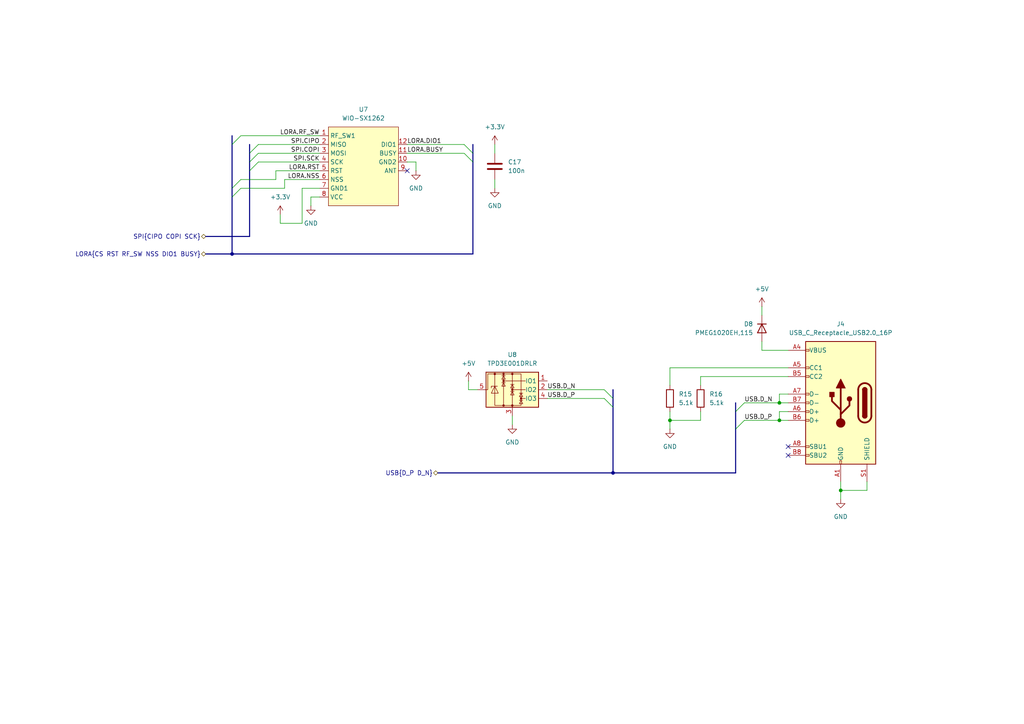
<source format=kicad_sch>
(kicad_sch (version 20250114) (generator "eeschema") (generator_version "9.0")
  (paper "A4")
  (title_block (title "Pump monitor - USB and LoRa transceiver") (date "2025-09-25") (rev "V0.0.0") (company "Jotham Gates") (comment 4 "Warning: Parts of this circuit operate at mains potential."))
  (lib_symbols
    (symbol "Connector:USB_C_Receptacle_USB2.0_16P" (pin_names (offset 1.016))
      (property "Reference" "J" (at 0 22.225 0))
      (property "Value" "USB_C_Receptacle_USB2.0_16P" (at 0 19.685 0))
      (symbol "USB_C_Receptacle_USB2.0_16P_0_0"
        (rectangle (start -0.254 -17.78) (end 0.254 -16.764))
        (rectangle (start 10.16 15.494) (end 9.144 14.986))
        (rectangle (start 10.16 10.414) (end 9.144 9.906))
        (rectangle (start 10.16 7.874) (end 9.144 7.366))
        (rectangle (start 10.16 2.794) (end 9.144 2.286))
        (rectangle (start 10.16 0.254) (end 9.144 -0.254))
        (rectangle (start 10.16 -2.286) (end 9.144 -2.794))
        (rectangle (start 10.16 -4.826) (end 9.144 -5.334))
        (rectangle (start 10.16 -12.446) (end 9.144 -12.954))
        (rectangle (start 10.16 -14.986) (end 9.144 -15.494))
      )
      (symbol "USB_C_Receptacle_USB2.0_16P_0_1"
        (rectangle (start -10.16 17.78) (end 10.16 -17.78) (stroke (width 0.254)) (fill (type background)))
        (polyline (pts (xy -8.89 -3.81) (xy -8.89 3.81)) (stroke (width 0.508)))
        (rectangle (start -7.62 -3.81) (end -6.35 3.81) (stroke (width 0.254)) (fill (type outline)))
        (arc (start -7.62 3.81) (mid -6.985 4.4423) (end -6.35 3.81) (stroke (width 0.254)))
        (arc (start -7.62 3.81) (mid -6.985 4.4423) (end -6.35 3.81) (stroke (width 0.254)) (fill (type outline)))
        (arc (start -8.89 3.81) (mid -6.985 5.7067) (end -5.08 3.81) (stroke (width 0.508)))
        (arc (start -5.08 -3.81) (mid -6.985 -5.7067) (end -8.89 -3.81) (stroke (width 0.508)))
        (arc (start -6.35 -3.81) (mid -6.985 -4.4423) (end -7.62 -3.81) (stroke (width 0.254)))
        (arc (start -6.35 -3.81) (mid -6.985 -4.4423) (end -7.62 -3.81) (stroke (width 0.254)) (fill (type outline)))
        (polyline (pts (xy -5.08 3.81) (xy -5.08 -3.81)) (stroke (width 0.508)))
        (circle (center -2.54 1.143) (radius 0.635) (stroke (width 0.254)) (fill (type outline)))
        (polyline (pts (xy -1.27 4.318) (xy 0 6.858) (xy 1.27 4.318) (xy -1.27 4.318)) (stroke (width 0.254)) (fill (type outline)))
        (polyline (pts (xy 0 -2.032) (xy 2.54 0.508) (xy 2.54 1.778)) (stroke (width 0.508)))
        (polyline (pts (xy 0 -3.302) (xy -2.54 -0.762) (xy -2.54 0.508)) (stroke (width 0.508)))
        (polyline (pts (xy 0 -5.842) (xy 0 4.318)) (stroke (width 0.508)))
        (circle (center 0 -5.842) (radius 1.27) (fill (type outline)))
        (rectangle (start 1.905 1.778) (end 3.175 3.048) (stroke (width 0.254)) (fill (type outline)))
      )
      (symbol "USB_C_Receptacle_USB2.0_16P_1_1"
        (pin passive line (at -7.62 -22.86 90) (length 5.08) (name "SHIELD") (number "S1"))
        (pin passive line (at 0 -22.86 90) (length 5.08) (name "GND") (number "A1"))
        (pin passive line (at 0 -22.86 90) (length 5.08) (hide yes) (name "GND") (number "A12"))
        (pin passive line (at 0 -22.86 90) (length 5.08) (hide yes) (name "GND") (number "B1"))
        (pin passive line (at 0 -22.86 90) (length 5.08) (hide yes) (name "GND") (number "B12"))
        (pin passive line (at 15.24 15.24 180) (length 5.08) (name "VBUS") (number "A4"))
        (pin passive line (at 15.24 15.24 180) (length 5.08) (hide yes) (name "VBUS") (number "A9"))
        (pin passive line (at 15.24 15.24 180) (length 5.08) (hide yes) (name "VBUS") (number "B4"))
        (pin passive line (at 15.24 15.24 180) (length 5.08) (hide yes) (name "VBUS") (number "B9"))
        (pin bidirectional line (at 15.24 10.16 180) (length 5.08) (name "CC1") (number "A5"))
        (pin bidirectional line (at 15.24 7.62 180) (length 5.08) (name "CC2") (number "B5"))
        (pin bidirectional line (at 15.24 2.54 180) (length 5.08) (name "D-") (number "A7"))
        (pin bidirectional line (at 15.24 0 180) (length 5.08) (name "D-") (number "B7"))
        (pin bidirectional line (at 15.24 -2.54 180) (length 5.08) (name "D+") (number "A6"))
        (pin bidirectional line (at 15.24 -5.08 180) (length 5.08) (name "D+") (number "B6"))
        (pin bidirectional line (at 15.24 -12.7 180) (length 5.08) (name "SBU1") (number "A8"))
        (pin bidirectional line (at 15.24 -15.24 180) (length 5.08) (name "SBU2") (number "B8"))
      )
    )
    (symbol "Device:C" (pin_numbers (hide yes)) (pin_names (offset 0.254))
      (property "Reference" "C" (at 0.635 2.54 0))
      (property "Value" "C" (at 0.635 -2.54 0))
      (symbol "C_0_1"
        (polyline (pts (xy -2.032 0.762) (xy 2.032 0.762)) (stroke (width 0.508)))
        (polyline (pts (xy -2.032 -0.762) (xy 2.032 -0.762)) (stroke (width 0.508)))
      )
      (symbol "C_1_1"
        (pin passive line (at 0 3.81 270) (length 2.794) (name "~") (number "1"))
        (pin passive line (at 0 -3.81 90) (length 2.794) (name "~") (number "2"))
      )
    )
    (symbol "Device:R" (pin_numbers (hide yes)) (pin_names (offset 0))
      (property "Reference" "R" (at 2.032 0 90))
      (property "Value" "R" (at 0 0 90))
      (symbol "R_0_1"
        (rectangle (start -1.016 -2.54) (end 1.016 2.54) (stroke (width 0.254)))
      )
      (symbol "R_1_1"
        (pin passive line (at 0 3.81 270) (length 1.27) (name "~") (number "1"))
        (pin passive line (at 0 -3.81 90) (length 1.27) (name "~") (number "2"))
      )
    )
    (symbol "Diode:1N4004" (pin_numbers (hide yes)) (pin_names (hide yes))
      (property "Reference" "D" (at 0 2.54 0))
      (property "Value" "1N4004" (at 0 -2.54 0))
      (symbol "1N4004_0_1"
        (polyline (pts (xy -1.27 1.27) (xy -1.27 -1.27)) (stroke (width 0.254)))
        (polyline (pts (xy 1.27 1.27) (xy 1.27 -1.27) (xy -1.27 0) (xy 1.27 1.27)) (stroke (width 0.254)))
        (polyline (pts (xy 1.27 0) (xy -1.27 0)))
      )
      (symbol "1N4004_1_1"
        (pin passive line (at -3.81 0 0) (length 2.54) (name "K") (number "1"))
        (pin passive line (at 3.81 0 180) (length 2.54) (name "A") (number "2"))
      )
    )
    (symbol "Power_Protection:TPD3E001DRLR"
      (property "Reference" "U" (at -5.08 6.35 0))
      (property "Value" "TPD3E001DRLR" (at 8.89 -7.62 0))
      (symbol "TPD3E001DRLR_0_1"
        (rectangle (start -7.62 5.08) (end 7.62 -5.08) (stroke (width 0.254)) (fill (type background)))
        (polyline (pts (xy -7.62 0) (xy -7.112 0) (xy -7.112 4.572) (xy -5.08 4.572)))
        (circle (center -5.08 4.572) (radius 0.254) (fill (type outline)))
        (polyline (pts (xy -5.08 1.016) (xy -6.096 -1.016) (xy -4.064 -1.016) (xy -5.08 1.016)))
        (polyline (pts (xy -4.318 1.016) (xy -6.096 1.016) (xy -6.096 0.508)))
        (circle (center -2.54 4.572) (radius 0.254) (fill (type outline)))
        (polyline (pts (xy -2.54 4.572) (xy -2.54 -4.572)))
        (polyline (pts (xy -2.54 4.064) (xy -3.048 3.048) (xy -2.032 3.048) (xy -2.54 4.064)))
        (circle (center -2.54 2.54) (radius 0.254) (fill (type outline)))
        (polyline (pts (xy -2.54 2.54) (xy 3.81 2.54)))
        (polyline (pts (xy -2.54 2.032) (xy -3.048 1.016) (xy -2.032 1.016) (xy -2.54 2.032)))
        (circle (center -2.54 -4.572) (radius 0.254) (fill (type outline)))
        (polyline (pts (xy -2.032 4.064) (xy -3.048 4.064)))
        (polyline (pts (xy -2.032 2.032) (xy -3.048 2.032)))
        (circle (center 0 4.572) (radius 0.254) (fill (type outline)))
        (polyline (pts (xy 0 1.524) (xy -0.508 0.508) (xy 0.508 0.508) (xy 0 1.524)))
        (polyline (pts (xy 0 0) (xy 3.81 0)))
        (circle (center 0 0) (radius 0.254) (fill (type outline)))
        (polyline (pts (xy 0 -0.508) (xy -0.508 -1.524) (xy 0.508 -1.524) (xy 0 -0.508)))
        (circle (center 0 -4.572) (radius 0.254) (fill (type outline)))
        (polyline (pts (xy 0 -5.08) (xy 0 4.572)))
        (polyline (pts (xy 0.508 1.524) (xy -0.508 1.524)))
        (polyline (pts (xy 0.508 -0.508) (xy -0.508 -0.508)))
        (polyline (pts (xy 2.54 -1.016) (xy 2.032 -2.032) (xy 3.048 -2.032) (xy 2.54 -1.016)))
        (polyline (pts (xy 2.54 -2.54) (xy 3.81 -2.54)))
        (circle (center 2.54 -2.54) (radius 0.254) (fill (type outline)))
        (polyline (pts (xy 2.54 -3.048) (xy 2.032 -4.064) (xy 3.048 -4.064) (xy 2.54 -3.048)))
        (rectangle (start 2.54 -4.572) (end -5.08 4.572))
        (polyline (pts (xy 3.048 -1.016) (xy 2.032 -1.016)))
        (polyline (pts (xy 3.048 -3.048) (xy 2.032 -3.048)))
      )
      (symbol "TPD3E001DRLR_1_1"
        (pin passive line (at -10.16 0 0) (length 2.54) (name "~") (number "5"))
        (pin passive line (at 0 -7.62 90) (length 2.54) (name "~") (number "3"))
        (pin passive line (at 10.16 2.54 180) (length 2.54) (name "IO1") (number "1"))
        (pin passive line (at 10.16 0 180) (length 2.54) (name "IO2") (number "2"))
        (pin passive line (at 10.16 -2.54 180) (length 2.54) (name "IO3") (number "4"))
      )
    )
    (symbol "Wio-SX1262 Schematic Package:MODULE-WIO-SX1262"
      (property "Reference" "U" (at 0 13.716 0))
      (property "Value" "WIO-SX1262" (at 0 11.43 0))
      (symbol "MODULE-WIO-SX1262_1_1"
        (rectangle (start -10.16 10.16) (end 10.16 -12.7) (fill (type background)))
        (pin input line (at -12.7 7.62 0) (length 2.54) (name "RF_SW1") (number "1"))
        (pin output line (at -12.7 5.08 0) (length 2.54) (name "MISO") (number "2"))
        (pin input line (at -12.7 2.54 0) (length 2.54) (name "MOSI") (number "3"))
        (pin input line (at -12.7 0 0) (length 2.54) (name "SCK") (number "4"))
        (pin input line (at -12.7 -2.54 0) (length 2.54) (name "RST") (number "5"))
        (pin input line (at -12.7 -5.08 0) (length 2.54) (name "NSS") (number "6"))
        (pin power_in line (at -12.7 -7.62 0) (length 2.54) (name "GND1") (number "7"))
        (pin power_in line (at -12.7 -10.16 0) (length 2.54) (name "VCC") (number "8"))
        (pin bidirectional line (at 12.7 5.08 180) (length 2.54) (name "DIO1") (number "12"))
        (pin output line (at 12.7 2.54 180) (length 2.54) (name "BUSY") (number "11"))
        (pin power_in line (at 12.7 0 180) (length 2.54) (name "GND2") (number "10"))
        (pin passive line (at 12.7 -2.54 180) (length 2.54) (name "ANT") (number "9"))
      )
    )
    (symbol "power:+3.3V" (power) (pin_numbers (hide yes)) (pin_names (offset 0) (hide yes))
      (property "Value" "+3.3V" (at 0 3.556 0))
      (symbol "+3.3V_0_1"
        (polyline (pts (xy -0.762 1.27) (xy 0 2.54)))
        (polyline (pts (xy 0 2.54) (xy 0.762 1.27)))
        (polyline (pts (xy 0 0) (xy 0 2.54)))
      )
      (symbol "+3.3V_1_1"
        (pin power_in line (at 0 0 90) (length 0) (name "~") (number "1"))
      )
    )
    (symbol "power:+5V" (power) (pin_numbers (hide yes)) (pin_names (offset 0) (hide yes))
      (property "Value" "+5V" (at 0 3.556 0))
      (symbol "+5V_0_1"
        (polyline (pts (xy -0.762 1.27) (xy 0 2.54)))
        (polyline (pts (xy 0 2.54) (xy 0.762 1.27)))
        (polyline (pts (xy 0 0) (xy 0 2.54)))
      )
      (symbol "+5V_1_1"
        (pin power_in line (at 0 0 90) (length 0) (name "~") (number "1"))
      )
    )
    (symbol "power:GND" (power) (pin_numbers (hide yes)) (pin_names (offset 0) (hide yes))
      (property "Value" "GND" (at 0 -3.81 0))
      (symbol "GND_0_1"
        (polyline (pts (xy 0 0) (xy 0 -1.27) (xy 1.27 -1.27) (xy 0 -2.54) (xy -1.27 -1.27) (xy 0 -1.27)))
      )
      (symbol "GND_1_1"
        (pin power_in line (at 0 0 270) (length 0) (name "~") (number "1"))
      )
    )
  )
  (junction (at 226.06 116.84))
  (junction (at 67.31 73.66))
  (junction (at 194.31 121.92))
  (junction (at 177.8 137.16))
  (junction (at 243.84 142.24))
  (junction (at 226.06 121.92))
  (no_connect (at 228.6 129.54))
  (no_connect (at 118.11 49.53))
  (no_connect (at 228.6 132.08))
  (bus_entry (at 213.36 124.46) (size 2.54 -2.54))
  (bus_entry (at 72.39 44.45) (size 2.54 -2.54))
  (bus_entry (at 137.16 44.45) (size -2.54 -2.54))
  (bus_entry (at 67.31 41.91) (size 2.54 -2.54))
  (bus_entry (at 67.31 57.15) (size 2.54 -2.54))
  (bus_entry (at 137.16 46.99) (size -2.54 -2.54))
  (bus_entry (at 213.36 119.38) (size 2.54 -2.54))
  (bus_entry (at 72.39 46.99) (size 2.54 -2.54))
  (bus_entry (at 67.31 54.61) (size 2.54 -2.54))
  (bus_entry (at 177.8 118.11) (size -2.54 -2.54))
  (bus_entry (at 72.39 49.53) (size 2.54 -2.54))
  (bus_entry (at 177.8 115.57) (size -2.54 -2.54))
  (bus (pts (xy 213.36 119.38) (xy 213.36 124.46)))
  (wire (pts (xy 135.89 113.03) (xy 138.43 113.03)))
  (bus (pts (xy 72.39 49.53) (xy 72.39 68.58)))
  (bus (pts (xy 213.36 137.16) (xy 213.36 124.46)))
  (wire (pts (xy 87.63 64.77) (xy 87.63 54.61)))
  (wire (pts (xy 135.89 110.49) (xy 135.89 113.03)))
  (wire (pts (xy 148.59 120.65) (xy 148.59 123.19)))
  (wire (pts (xy 74.93 46.99) (xy 92.71 46.99)))
  (wire (pts (xy 226.06 114.3) (xy 226.06 116.84)))
  (wire (pts (xy 87.63 54.61) (xy 92.71 54.61)))
  (wire (pts (xy 82.55 52.07) (xy 82.55 54.61)))
  (wire (pts (xy 120.65 46.99) (xy 118.11 46.99)))
  (wire (pts (xy 226.06 116.84) (xy 228.6 116.84)))
  (wire (pts (xy 80.01 49.53) (xy 92.71 49.53)))
  (wire (pts (xy 90.17 59.69) (xy 90.17 57.15)))
  (wire (pts (xy 120.65 49.53) (xy 120.65 46.99)))
  (bus (pts (xy 177.8 115.57) (xy 177.8 118.11)))
  (bus (pts (xy 67.31 54.61) (xy 67.31 57.15)))
  (wire (pts (xy 143.51 41.91) (xy 143.51 44.45)))
  (wire (pts (xy 158.75 113.03) (xy 175.26 113.03)))
  (bus (pts (xy 177.8 137.16) (xy 213.36 137.16)))
  (bus (pts (xy 127 137.16) (xy 177.8 137.16)))
  (wire (pts (xy 143.51 52.07) (xy 143.51 54.61)))
  (bus (pts (xy 177.8 113.03) (xy 177.8 115.57)))
  (bus (pts (xy 137.16 44.45) (xy 137.16 46.99)))
  (wire (pts (xy 118.11 44.45) (xy 134.62 44.45)))
  (wire (pts (xy 203.2 121.92) (xy 194.31 121.92)))
  (bus (pts (xy 177.8 118.11) (xy 177.8 137.16)))
  (wire (pts (xy 220.98 99.06) (xy 220.98 101.6)))
  (wire (pts (xy 69.85 52.07) (xy 80.01 52.07)))
  (bus (pts (xy 67.31 73.66) (xy 137.16 73.66)))
  (wire (pts (xy 203.2 119.38) (xy 203.2 121.92)))
  (bus (pts (xy 213.36 116.84) (xy 213.36 119.38)))
  (wire (pts (xy 74.93 41.91) (xy 92.71 41.91)))
  (wire (pts (xy 215.9 116.84) (xy 226.06 116.84)))
  (wire (pts (xy 74.93 44.45) (xy 92.71 44.45)))
  (wire (pts (xy 215.9 121.92) (xy 226.06 121.92)))
  (bus (pts (xy 72.39 44.45) (xy 72.39 46.99)))
  (bus (pts (xy 67.31 39.37) (xy 67.31 41.91)))
  (wire (pts (xy 243.84 139.7) (xy 243.84 142.24)))
  (bus (pts (xy 67.31 57.15) (xy 67.31 73.66)))
  (wire (pts (xy 81.28 62.23) (xy 81.28 64.77)))
  (bus (pts (xy 59.69 73.66) (xy 67.31 73.66)))
  (wire (pts (xy 251.46 139.7) (xy 251.46 142.24)))
  (wire (pts (xy 228.6 106.68) (xy 194.31 106.68)))
  (bus (pts (xy 72.39 46.99) (xy 72.39 49.53)))
  (wire (pts (xy 82.55 54.61) (xy 69.85 54.61)))
  (wire (pts (xy 194.31 121.92) (xy 194.31 124.46)))
  (bus (pts (xy 67.31 41.91) (xy 67.31 54.61)))
  (wire (pts (xy 82.55 52.07) (xy 92.71 52.07)))
  (wire (pts (xy 118.11 41.91) (xy 134.62 41.91)))
  (wire (pts (xy 194.31 106.68) (xy 194.31 111.76)))
  (wire (pts (xy 226.06 121.92) (xy 228.6 121.92)))
  (wire (pts (xy 220.98 91.44) (xy 220.98 88.9)))
  (wire (pts (xy 194.31 121.92) (xy 194.31 119.38)))
  (wire (pts (xy 203.2 109.22) (xy 203.2 111.76)))
  (wire (pts (xy 69.85 39.37) (xy 92.71 39.37)))
  (wire (pts (xy 243.84 142.24) (xy 243.84 144.78)))
  (wire (pts (xy 228.6 119.38) (xy 226.06 119.38)))
  (wire (pts (xy 226.06 119.38) (xy 226.06 121.92)))
  (wire (pts (xy 81.28 64.77) (xy 87.63 64.77)))
  (bus (pts (xy 72.39 41.91) (xy 72.39 44.45)))
  (bus (pts (xy 137.16 46.99) (xy 137.16 73.66)))
  (bus (pts (xy 59.69 68.58) (xy 72.39 68.58)))
  (wire (pts (xy 220.98 101.6) (xy 228.6 101.6)))
  (wire (pts (xy 228.6 109.22) (xy 203.2 109.22)))
  (wire (pts (xy 228.6 114.3) (xy 226.06 114.3)))
  (wire (pts (xy 90.17 57.15) (xy 92.71 57.15)))
  (bus (pts (xy 137.16 41.91) (xy 137.16 44.45)))
  (wire (pts (xy 80.01 52.07) (xy 80.01 49.53)))
  (wire (pts (xy 251.46 142.24) (xy 243.84 142.24)))
  (wire (pts (xy 175.26 115.57) (xy 158.75 115.57)))
  (label "LORA.DIO1" (at 118.11 41.91 0))
  (label "LORA.RST" (at 92.71 49.53 180))
  (label "USB.D_P" (at 158.75 115.57 0))
  (label "LORA.NSS" (at 92.71 52.07 180))
  (label "SPI.COPI" (at 92.71 44.45 180))
  (label "SPI.CIPO" (at 92.71 41.91 180))
  (label "SPI.SCK" (at 92.71 46.99 180))
  (label "USB.D_N" (at 158.75 113.03 0))
  (label "LORA.RF_SW" (at 92.71 39.37 180))
  (label "USB.D_P" (at 215.9 121.92 0))
  (label "LORA.BUSY" (at 118.11 44.45 0))
  (label "USB.D_N" (at 215.9 116.84 0))
  (hierarchical_label "LORA{CS RST RF_SW NSS DIO1 BUSY}" (shape bidirectional) (at 59.69 73.66 180))
  (hierarchical_label "USB{D_P D_N}" (shape bidirectional) (at 127 137.16 180))
  (hierarchical_label "SPI{CIPO COPI SCK}" (shape bidirectional) (at 59.69 68.58 180))
  (symbol (lib_id "power:GND") (at 148.59 123.19 0) (unit 1)
    (property "Reference" "#PWR060" (effects (hide yes)))
    (property "Value" "GND" (at 148.59 128.27 0))
    (property "Description" "Power symbol creates a global label with name \"GND\" , ground" (effects (hide yes)))
  )
  (symbol (lib_id "Power_Protection:TPD3E001DRLR") (at 148.59 113.03 0) (unit 1)
    (property "Reference" "U8" (at 148.59 102.87 0))
    (property "Value" "TPD3E001DRLR" (at 148.59 105.41 0))
    (property "Footprint" "Package_TO_SOT_SMD:SOT-553" (effects (hide yes)))
    (property "Datasheet" "http://www.ti.com/lit/ds/symlink/tpd3e001.pdf" (effects (hide yes)))
    (property "Description" "TPD3E001 Low-Capacitance 3-Channel ESD-Protection for High-Speed Data Interfaces" (effects (hide yes)))
    (property "PlaceOnSecondary" "No" (effects (hide yes)))
    (property "SchematicVersionModified" "V1.0.4" (effects (hide yes)))
  )
  (symbol (lib_id "Device:C") (at 143.51 48.26 0) (unit 1)
    (property "Reference" "C17" (at 147.32 46.9899 0) (effects (justify left)))
    (property "Value" "100n" (at 147.32 49.5299 0) (effects (justify left)))
    (property "Footprint" "Capacitor_SMD:C_0805_2012Metric_Pad1.18x1.45mm_HandSolder" (effects (hide yes)))
    (property "Description" "Unpolarized capacitor" (effects (hide yes)))
  )
  (symbol (lib_id "power:GND") (at 143.51 54.61 0) (unit 1)
    (property "Reference" "#PWR059" (effects (hide yes)))
    (property "Value" "GND" (at 143.51 59.69 0))
    (property "Description" "Power symbol creates a global label with name \"GND\" , ground" (effects (hide yes)))
  )
  (symbol (lib_id "power:GND") (at 120.65 49.53 0) (unit 1)
    (property "Reference" "#PWR056" (effects (hide yes)))
    (property "Value" "GND" (at 120.65 54.61 0))
    (property "Description" "Power symbol creates a global label with name \"GND\" , ground" (effects (hide yes)))
  )
  (symbol (lib_id "Device:R") (at 203.2 115.57 0) (unit 1)
    (property "Reference" "R16" (at 205.74 114.2999 0) (effects (justify left)))
    (property "Value" "5.1k" (at 205.74 116.8399 0) (effects (justify left)))
    (property "Footprint" "Resistor_SMD:R_0805_2012Metric_Pad1.20x1.40mm_HandSolder" (effects (hide yes)))
    (property "Description" "Resistor" (effects (hide yes)))
    (property "PlaceOnSecondary" "No" (effects (hide yes)))
    (property "SchematicVersionModified" "V1.0.4" (effects (hide yes)))
  )
  (symbol (lib_id "power:+5V") (at 135.89 110.49 0) (unit 1)
    (property "Reference" "#PWR057" (effects (hide yes)))
    (property "Value" "+5V" (at 135.89 105.41 0))
    (property "Description" "Power symbol creates a global label with name \"+5V\"" (effects (hide yes)))
  )
  (symbol (lib_id "Device:R") (at 194.31 115.57 0) (unit 1)
    (property "Reference" "R15" (at 196.85 114.2999 0) (effects (justify left)))
    (property "Value" "5.1k" (at 196.85 116.8399 0) (effects (justify left)))
    (property "Footprint" "Resistor_SMD:R_0805_2012Metric_Pad1.20x1.40mm_HandSolder" (effects (hide yes)))
    (property "Description" "Resistor" (effects (hide yes)))
    (property "PlaceOnSecondary" "No" (effects (hide yes)))
    (property "SchematicVersionModified" "V1.0.4" (effects (hide yes)))
  )
  (symbol (lib_id "power:+3.3V") (at 81.28 62.23 0) (unit 1)
    (property "Reference" "#PWR054" (effects (hide yes)))
    (property "Value" "+3.3V" (at 81.28 57.15 0))
    (property "Description" "Power symbol creates a global label with name \"+3.3V\"" (effects (hide yes)))
  )
  (symbol (lib_id "Connector:USB_C_Receptacle_USB2.0_16P") (at 243.84 116.84 0) (mirror y) (unit 1)
    (property "Reference" "J4" (at 243.84 93.98 0))
    (property "Value" "USB_C_Receptacle_USB2.0_16P" (at 243.84 96.52 0))
    (property "Footprint" "Connector_USB:USB_C_Receptacle_GCT_USB4105-xx-A_16P_TopMnt_Horizontal" (effects (hide yes)))
    (property "Datasheet" "https://www.usb.org/sites/default/files/documents/usb_type-c.zip" (effects (hide yes)))
    (property "Description" "USB 2.0-only 16P Type-C Receptacle connector" (effects (hide yes)))
  )
  (symbol (lib_id "Wio-SX1262 Schematic Package:MODULE-WIO-SX1262") (at 105.41 46.99 0) (unit 1)
    (property "Reference" "U7" (at 105.41 31.75 0))
    (property "Value" "WIO-SX1262" (at 105.41 34.29 0))
    (property "Footprint" "Wio-SX1262 Module Kicad Library:Wio-SX1262 PCB Package" (effects (hide yes)))
    (property "Datasheet" "https://www.seeedstudio.com/Wio-SX1262-Wireless-Module-p-5981.html" (effects (hide yes)))
    (property "Description" "The Wio-SX1262 is a LoRa wireless module based on the Semtech SX1262 chip, supporting LoRa & LoRaWAN frequency from 868 to 915 MHz." (effects (hide yes)))
  )
  (symbol (lib_id "power:+5V") (at 220.98 88.9 0) (unit 1)
    (property "Reference" "#PWR062" (effects (hide yes)))
    (property "Value" "+5V" (at 220.98 83.82 0))
    (property "Description" "Power symbol creates a global label with name \"+5V\"" (effects (hide yes)))
  )
  (symbol (lib_id "power:GND") (at 90.17 59.69 0) (unit 1)
    (property "Reference" "#PWR055" (effects (hide yes)))
    (property "Value" "GND" (at 90.17 64.77 0))
    (property "Description" "Power symbol creates a global label with name \"GND\" , ground" (effects (hide yes)))
  )
  (symbol (lib_id "power:GND") (at 194.31 124.46 0) (unit 1)
    (property "Reference" "#PWR061" (effects (hide yes)))
    (property "Value" "GND" (at 194.31 129.54 0))
    (property "Description" "Power symbol creates a global label with name \"GND\" , ground" (effects (hide yes)))
  )
  (symbol (lib_id "power:+3.3V") (at 143.51 41.91 0) (unit 1)
    (property "Reference" "#PWR058" (effects (hide yes)))
    (property "Value" "+3.3V" (at 143.51 36.83 0))
    (property "Description" "Power symbol creates a global label with name \"+3.3V\"" (effects (hide yes)))
  )
  (symbol (lib_id "power:GND") (at 243.84 144.78 0) (unit 1)
    (property "Reference" "#PWR063" (effects (hide yes)))
    (property "Value" "GND" (at 243.84 149.86 0))
    (property "Description" "Power symbol creates a global label with name \"GND\" , ground" (effects (hide yes)))
  )
  (symbol (lib_id "Diode:1N4004") (at 220.98 95.25 90) (mirror x) (unit 1)
    (property "Reference" "D8" (at 218.44 93.9799 90) (effects (justify left)))
    (property "Value" "PMEG1020EH,115" (at 218.44 96.5199 90) (effects (justify left)))
    (property "Footprint" "Diode_SMD:D_SOD-123F" (effects (hide yes)))
    (property "Datasheet" "http://www.vishay.com/docs/88503/1n4001.pdf" (effects (hide yes)))
    (property "Description" "400V 1A General Purpose Rectifier Diode, DO-41" (effects (hide yes)))
    (property "Sim.Device" "D" (effects (hide yes)))
    (property "Sim.Pins" "1=K 2=A" (effects (hide yes)))
  )
)
</source>
